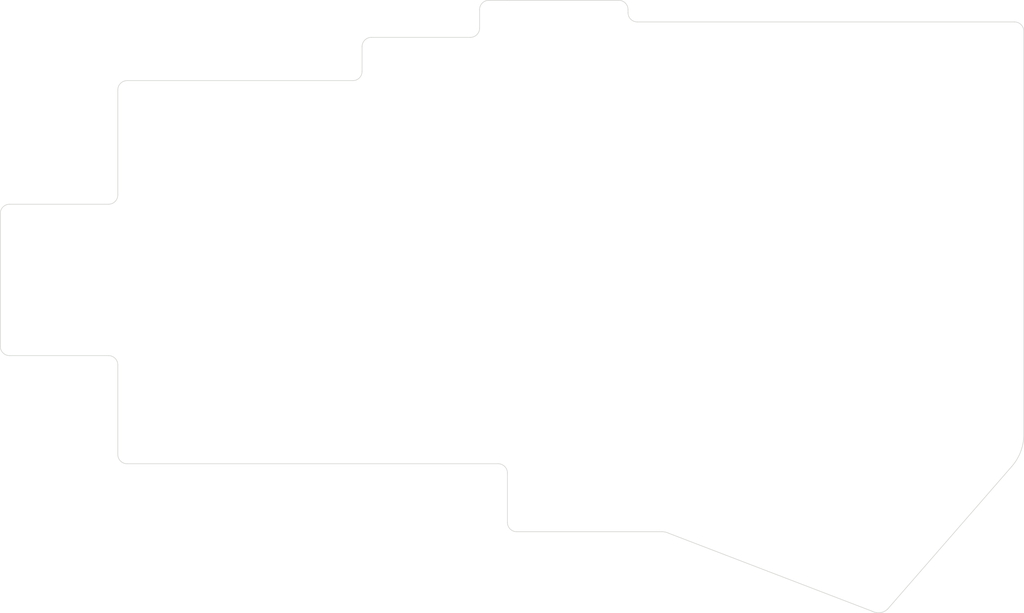
<source format=kicad_pcb>
(kicad_pcb (version 20211014) (generator pcbnew)

  (general
    (thickness 1.6)
  )

  (paper "A4")
  (layers
    (0 "F.Cu" signal)
    (31 "B.Cu" signal)
    (32 "B.Adhes" user "B.Adhesive")
    (33 "F.Adhes" user "F.Adhesive")
    (34 "B.Paste" user)
    (35 "F.Paste" user)
    (36 "B.SilkS" user "B.Silkscreen")
    (37 "F.SilkS" user "F.Silkscreen")
    (38 "B.Mask" user)
    (39 "F.Mask" user)
    (40 "Dwgs.User" user "User.Drawings")
    (41 "Cmts.User" user "User.Comments")
    (42 "Eco1.User" user "User.Eco1")
    (43 "Eco2.User" user "User.Eco2")
    (44 "Edge.Cuts" user)
    (45 "Margin" user)
    (46 "B.CrtYd" user "B.Courtyard")
    (47 "F.CrtYd" user "F.Courtyard")
    (48 "B.Fab" user)
    (49 "F.Fab" user)
    (50 "User.1" user)
    (51 "User.2" user)
    (52 "User.3" user)
    (53 "User.4" user)
    (54 "User.5" user)
    (55 "User.6" user)
    (56 "User.7" user)
    (57 "User.8" user)
    (58 "User.9" user)
  )

  (setup
    (stackup
      (layer "F.SilkS" (type "Top Silk Screen"))
      (layer "F.Paste" (type "Top Solder Paste"))
      (layer "F.Mask" (type "Top Solder Mask") (thickness 0.01))
      (layer "F.Cu" (type "copper") (thickness 0.035))
      (layer "dielectric 1" (type "core") (thickness 1.51) (material "FR4") (epsilon_r 4.5) (loss_tangent 0.02))
      (layer "B.Cu" (type "copper") (thickness 0.035))
      (layer "B.Mask" (type "Bottom Solder Mask") (thickness 0.01))
      (layer "B.Paste" (type "Bottom Solder Paste"))
      (layer "B.SilkS" (type "Bottom Silk Screen"))
      (copper_finish "None")
      (dielectric_constraints no)
    )
    (pad_to_mask_clearance 0)
    (pcbplotparams
      (layerselection 0x0001000_7ffffffe)
      (disableapertmacros false)
      (usegerberextensions true)
      (usegerberattributes false)
      (usegerberadvancedattributes false)
      (creategerberjobfile false)
      (svguseinch false)
      (svgprecision 6)
      (excludeedgelayer true)
      (plotframeref false)
      (viasonmask false)
      (mode 1)
      (useauxorigin false)
      (hpglpennumber 1)
      (hpglpenspeed 20)
      (hpglpendiameter 15.000000)
      (dxfpolygonmode true)
      (dxfimperialunits true)
      (dxfusepcbnewfont true)
      (psnegative false)
      (psa4output false)
      (plotreference true)
      (plotvalue true)
      (plotinvisibletext false)
      (sketchpadsonfab false)
      (subtractmaskfromsilk false)
      (outputformat 5)
      (mirror false)
      (drillshape 0)
      (scaleselection 1)
      (outputdirectory "../case production/")
    )
  )

  (net 0 "")

  (gr_arc (start -13.5 -10.5) (mid -13.06066 -11.560659) (end -12 -12) (layer "Edge.Cuts") (width 0.1) (tstamp 218688bd-bb85-4adc-b9d8-04e08a273e2d))
  (gr_line (start 75.618034 61.263932) (end 108.551317 73.897366) (layer "Edge.Cuts") (width 0.1) (tstamp 27ec786a-c993-4c9a-aeb1-c6fbf3519ef8))
  (gr_arc (start 45 -23.5) (mid 45.43934 -24.560659) (end 46.5 -25) (layer "Edge.Cuts") (width 0.1) (tstamp 442f5304-84ae-4aa0-a65d-ab6cc42867f2))
  (gr_line (start 67.5 -25) (end 49.5 -25) (layer "Edge.Cuts") (width 0.1) (tstamp 44736c8e-2607-4012-87f0-309a06a469e6))
  (gr_line (start 131 50.5) (end 111 73.5) (layer "Edge.Cuts") (width 0.1) (tstamp 476912c2-65da-47a3-88b5-d43cb60548ce))
  (gr_arc (start 48 50) (mid 49.06066 50.43934) (end 49.5 51.5) (layer "Edge.Cuts") (width 0.1) (tstamp 4fbe04c8-55e5-457f-9955-be3644559b6d))
  (gr_arc (start -15 32.5) (mid -13.93934 32.93934) (end -13.5 34) (layer "Edge.Cuts") (width 0.1) (tstamp 57e4007c-ceeb-4e9c-988c-c49637da2139))
  (gr_line (start 69 -23) (end 69 -23.5) (layer "Edge.Cuts") (width 0.1) (tstamp 58ceb97d-f09d-4cd4-8aff-3523383345b2))
  (gr_arc (start 74.5 61) (mid 75.074382 61.066878) (end 75.618034 61.263932) (layer "Edge.Cuts") (width 0.1) (tstamp 69660601-3cac-47b7-951f-39fd2dc0cf4b))
  (gr_line (start -12 50) (end 48 50) (layer "Edge.Cuts") (width 0.1) (tstamp 6dc573fb-e0a8-46ef-8ead-5a396344f87f))
  (gr_line (start -13.5 -10.5) (end -13.5 6.5) (layer "Edge.Cuts") (width 0.1) (tstamp 70921b80-4a63-4609-b176-62fef2423ae1))
  (gr_arc (start 131.5 -21.5) (mid 132.56066 -21.06066) (end 133 -20) (layer "Edge.Cuts") (width 0.1) (tstamp 83e44ad1-ac8c-44be-ba11-dedd452ea5b2))
  (gr_line (start 51 61) (end 74.5 61) (layer "Edge.Cuts") (width 0.1) (tstamp 894ff266-3bed-4d51-a782-277a2684c80e))
  (gr_line (start -32.5 9.5) (end -32.5 31) (layer "Edge.Cuts") (width 0.1) (tstamp 89b5064c-ed6c-41c5-976b-b84fccb13b3a))
  (gr_line (start 24.5 -12) (end -12 -12) (layer "Edge.Cuts") (width 0.1) (tstamp 94b2485e-7f2e-4fca-a6e4-502d04f55b12))
  (gr_arc (start -12 50) (mid -13.06066 49.56066) (end -13.5 48.5) (layer "Edge.Cuts") (width 0.1) (tstamp a121f28c-73f6-4d7e-b8d8-5898839a1036))
  (gr_arc (start 45 -20.5) (mid 44.560661 -19.439339) (end 43.5 -19) (layer "Edge.Cuts") (width 0.1) (tstamp a68cb5bf-9ba0-46b6-a41b-341a3a9b0ad2))
  (gr_line (start -15 8) (end -31 8) (layer "Edge.Cuts") (width 0.1) (tstamp b30ee230-04e8-4ce7-9ab6-e743c575f512))
  (gr_line (start 43.5 -19) (end 27.5 -19) (layer "Edge.Cuts") (width 0.1) (tstamp b55d8acc-2fc2-4f37-9502-37b84d374c79))
  (gr_arc (start 26 -13.5) (mid 25.560661 -12.439339) (end 24.5 -12) (layer "Edge.Cuts") (width 0.1) (tstamp b67b379c-b801-4870-977b-84679afb2c1d))
  (gr_line (start 49.5 -25) (end 46.5 -25) (layer "Edge.Cuts") (width 0.1) (tstamp b72c0686-5552-4514-9ca7-d20cb35bdbfa))
  (gr_arc (start -31 32.5) (mid -32.06066 32.06066) (end -32.5 31) (layer "Edge.Cuts") (width 0.1) (tstamp b7b2c7f3-7011-419a-8350-c9a63c4d631f))
  (gr_arc (start 51 61) (mid 49.93934 60.56066) (end 49.5 59.5) (layer "Edge.Cuts") (width 0.1) (tstamp c875a719-1398-4726-b8b4-d0ccc2d7d906))
  (gr_arc (start 67.5 -25) (mid 68.56066 -24.56066) (end 69 -23.5) (layer "Edge.Cuts") (width 0.1) (tstamp c9387d19-80dd-4bc7-b99c-aef79be521d6))
  (gr_arc (start 26 -17.5) (mid 26.43934 -18.560659) (end 27.5 -19) (layer "Edge.Cuts") (width 0.1) (tstamp d03cd4fb-bf55-4f12-8cc3-2b703f84102d))
  (gr_line (start -31 32.5) (end -15 32.5) (layer "Edge.Cuts") (width 0.1) (tstamp d31700c2-4782-4904-b7c2-74817f392504))
  (gr_arc (start -32.5 9.5) (mid -32.06066 8.439341) (end -31 8) (layer "Edge.Cuts") (width 0.1) (tstamp d7f11506-3cf3-4264-a2d8-9bfd8d267030))
  (gr_line (start 45 -23.5) (end 45 -20.5) (layer "Edge.Cuts") (width 0.1) (tstamp da7d168c-d5ec-4902-bf24-a2379f5e1825))
  (gr_arc (start 70.5 -21.5) (mid 69.43934 -21.93934) (end 69 -23) (layer "Edge.Cuts") (width 0.1) (tstamp dabf01b3-d359-43af-9a66-8df30507685f))
  (gr_line (start 49.5 51.5) (end 49.5 59.5) (layer "Edge.Cuts") (width 0.1) (tstamp e15bcd9d-1b43-45b3-951d-e1d6c8b96be3))
  (gr_arc (start 111 73.5) (mid 109.839798 74.093929) (end 108.551317 73.897366) (layer "Edge.Cuts") (width 0.1) (tstamp e18dcd3f-34fd-4bf6-81b6-6961fac8a089))
  (gr_line (start 26 -17.5) (end 26 -13.5) (layer "Edge.Cuts") (width 0.1) (tstamp e5269a41-5094-401e-97ba-b6af70afd065))
  (gr_arc (start 133 45.5) (mid 132.441144 48.176458) (end 131 50.5) (layer "Edge.Cuts") (width 0.1) (tstamp e816877b-7ebe-4bbf-96a3-a5178b5a0860))
  (gr_arc (start -13.5 6.5) (mid -13.939339 7.560661) (end -15 8) (layer "Edge.Cuts") (width 0.1) (tstamp ee29a84b-bdde-4869-8341-070f8a269ce6))
  (gr_line (start -13.5 34) (end -13.5 48.5) (layer "Edge.Cuts") (width 0.1) (tstamp f2c9d565-1cae-4139-bc74-0f3fd704ad88))
  (gr_line (start 70.5 -21.5) (end 131.5 -21.5) (layer "Edge.Cuts") (width 0.1) (tstamp f7cb0aad-2a7f-406b-9696-4f8bb23496ef))
  (gr_line (start 133 -20) (end 133 45.5) (layer "Edge.Cuts") (width 0.1) (tstamp fb20bfc5-ff5e-46f5-99da-db5bc038fab4))

)

</source>
